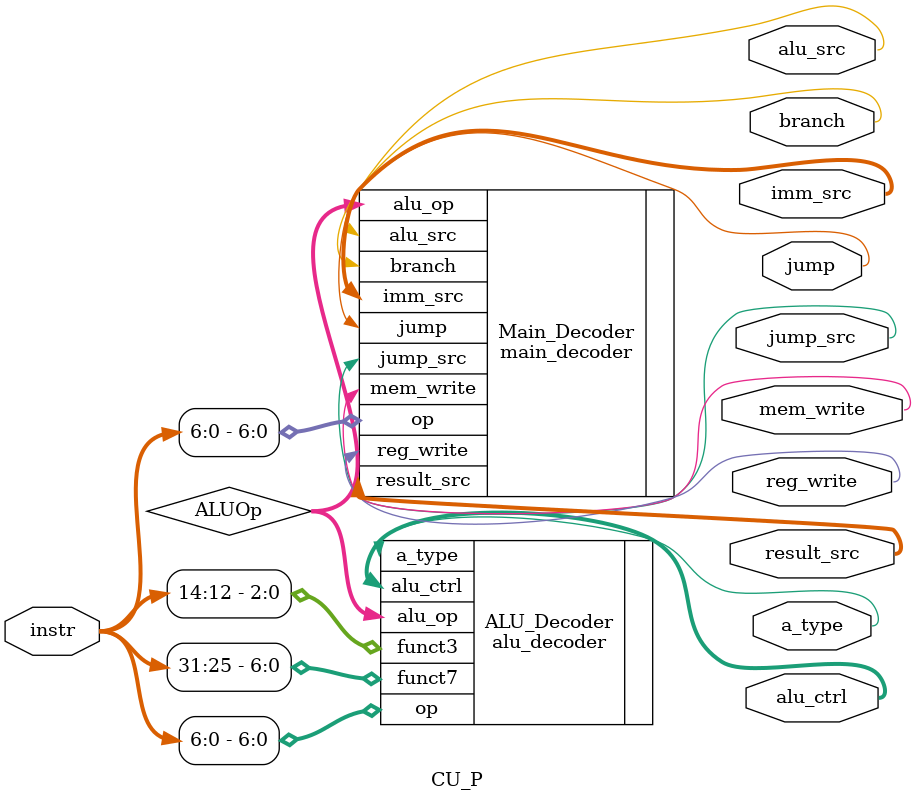
<source format=sv>
module CU_P #(
    parameter WIDTH = 32
) (
    input logic     [WIDTH-1:0]     instr,   // Instruction
    output logic    [1:0]           result_src,
    output logic                    mem_write,
    output logic    [2:0]           alu_ctrl,
    output logic                    alu_src,
    output logic    [2:0]           imm_src,
    output logic                    reg_write,
    output logic                    jump_src,
    output logic                    a_type,
    output logic                    jump,
    output logic                    branch

);

    logic [2:0] ALUOp;
    // logic branch;
    // logic jump;

    // assign pc_src = (branch & ~eq) || jump;

    main_decoder Main_Decoder (
        .op(instr[6:0]),
        .branch(branch),
        .jump(jump),
        .result_src(result_src),
        .mem_write(mem_write),
        .alu_src(alu_src),
        .imm_src(imm_src),
        .reg_write(reg_write),
        .alu_op(ALUOp),
        .jump_src(jump_src)
    );

    alu_decoder ALU_Decoder (
        .alu_op(ALUOp),
        .op(instr[6:0]),
        .funct3(instr[14:12]),
        .funct7(instr[31:25]),
        .alu_ctrl(alu_ctrl),
        .a_type(a_type)
    );

endmodule

</source>
